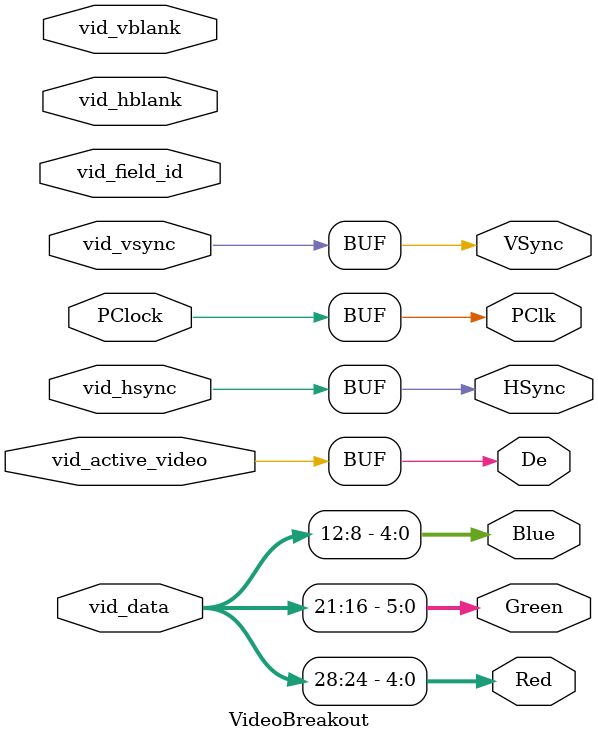
<source format=v>

module VideoBreakout (
    PClock,
    vid_active_video, vid_data,
    vid_field_id,
    vid_hblank, vid_hsync, vid_vblank, vid_vsync,
    Red, Green, Blue,
    HSync, VSync,
    PClk, De
);
    input PClock;

    input vid_active_video;
    input [31:0] vid_data;
    input vid_field_id;
    input vid_hblank, vid_hsync, vid_vblank, vid_vsync;

    output [4:0] Red;
    output [5:0] Green;
    output [4:0] Blue;
    output HSync, VSync;
    output PClk;
    output De;

    //31 30 29 28 27 26 25 24 23 22 21 20 19 18 17 16 15 14 13 12 11 10  9  8  7  6  5  4  3  2  1  0
    // -  -  -  R  R  R  R  R  -  -  G  G  G  G  G  G  -  -  -  B  B  B  B  B  -  -  -  -  -  -  -  -
    assign Red = vid_data[28:24];
    assign Green = vid_data[21:16];
    assign Blue = vid_data[12:8];
    assign HSync = vid_hsync;
    assign VSync = vid_vsync;
    assign PClk = PClock;
    assign De = vid_active_video;

endmodule


</source>
